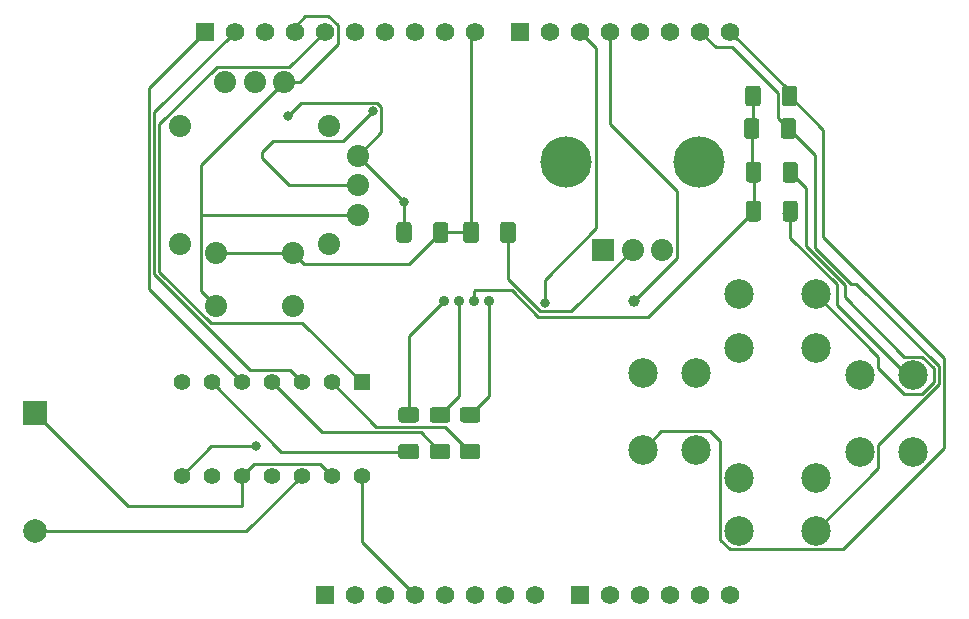
<source format=gbr>
%TF.GenerationSoftware,KiCad,Pcbnew,(5.1.10)-1*%
%TF.CreationDate,2021-12-06T12:22:38-06:00*%
%TF.ProjectId,FPGA-Shield,46504741-2d53-4686-9965-6c642e6b6963,rev?*%
%TF.SameCoordinates,Original*%
%TF.FileFunction,Copper,L2,Bot*%
%TF.FilePolarity,Positive*%
%FSLAX46Y46*%
G04 Gerber Fmt 4.6, Leading zero omitted, Abs format (unit mm)*
G04 Created by KiCad (PCBNEW (5.1.10)-1) date 2021-12-06 12:22:38*
%MOMM*%
%LPD*%
G01*
G04 APERTURE LIST*
%TA.AperFunction,ComponentPad*%
%ADD10C,1.875000*%
%TD*%
%TA.AperFunction,ComponentPad*%
%ADD11C,4.350000*%
%TD*%
%TA.AperFunction,ComponentPad*%
%ADD12R,1.875000X1.875000*%
%TD*%
%TA.AperFunction,ComponentPad*%
%ADD13C,2.000000*%
%TD*%
%TA.AperFunction,ComponentPad*%
%ADD14R,2.000000X2.000000*%
%TD*%
%TA.AperFunction,ComponentPad*%
%ADD15C,0.889000*%
%TD*%
%TA.AperFunction,ComponentPad*%
%ADD16C,2.500000*%
%TD*%
%TA.AperFunction,ComponentPad*%
%ADD17C,1.412500*%
%TD*%
%TA.AperFunction,ComponentPad*%
%ADD18R,1.412500X1.412500*%
%TD*%
%TA.AperFunction,ComponentPad*%
%ADD19C,1.560000*%
%TD*%
%TA.AperFunction,ComponentPad*%
%ADD20R,1.560000X1.560000*%
%TD*%
%TA.AperFunction,ViaPad*%
%ADD21C,0.800000*%
%TD*%
%TA.AperFunction,ViaPad*%
%ADD22C,1.000000*%
%TD*%
%TA.AperFunction,Conductor*%
%ADD23C,0.250000*%
%TD*%
G04 APERTURE END LIST*
D10*
%TO.P,U1,5*%
%TO.N,Net-(U1-Pad5)*%
X126480000Y-54000000D03*
%TO.P,U1,4*%
%TO.N,GND*%
X126480000Y-56500000D03*
%TO.P,U1,6*%
%TO.N,+3V3*%
X126480000Y-51500000D03*
%TO.P,U1,b*%
%TO.N,GND*%
X114500000Y-64250000D03*
X121000000Y-64250000D03*
%TO.P,U1,a*%
%TO.N,/JS_Button*%
X121000000Y-59750000D03*
X114500000Y-59750000D03*
%TO.P,U1,NC4*%
%TO.N,Net-(U1-PadNC4)*%
X124075000Y-59000000D03*
%TO.P,U1,NC3*%
%TO.N,Net-(U1-PadNC3)*%
X111425000Y-59000000D03*
%TO.P,U1,NC1*%
%TO.N,Net-(U1-PadNC1)*%
X111425000Y-49000000D03*
%TO.P,U1,NC2*%
%TO.N,Net-(U1-PadNC2)*%
X124075000Y-49000000D03*
%TO.P,U1,1*%
%TO.N,GND*%
X120250000Y-45270000D03*
%TO.P,U1,3*%
%TO.N,+3V3*%
X115250000Y-45270000D03*
%TO.P,U1,2*%
%TO.N,Net-(U1-Pad2)*%
X117750000Y-45270000D03*
%TD*%
%TO.P,R6,2*%
%TO.N,/ButtonTop*%
%TA.AperFunction,SMDPad,CuDef*%
G36*
G01*
X162450000Y-53525000D02*
X162450000Y-52275000D01*
G75*
G02*
X162700000Y-52025000I250000J0D01*
G01*
X163500000Y-52025000D01*
G75*
G02*
X163750000Y-52275000I0J-250000D01*
G01*
X163750000Y-53525000D01*
G75*
G02*
X163500000Y-53775000I-250000J0D01*
G01*
X162700000Y-53775000D01*
G75*
G02*
X162450000Y-53525000I0J250000D01*
G01*
G37*
%TD.AperFunction*%
%TO.P,R6,1*%
%TO.N,+3V3*%
%TA.AperFunction,SMDPad,CuDef*%
G36*
G01*
X159350000Y-53525000D02*
X159350000Y-52275000D01*
G75*
G02*
X159600000Y-52025000I250000J0D01*
G01*
X160400000Y-52025000D01*
G75*
G02*
X160650000Y-52275000I0J-250000D01*
G01*
X160650000Y-53525000D01*
G75*
G02*
X160400000Y-53775000I-250000J0D01*
G01*
X159600000Y-53775000D01*
G75*
G02*
X159350000Y-53525000I0J250000D01*
G01*
G37*
%TD.AperFunction*%
%TD*%
%TO.P,R5,1*%
%TO.N,+3V3*%
%TA.AperFunction,SMDPad,CuDef*%
G36*
G01*
X159300000Y-47075000D02*
X159300000Y-45825000D01*
G75*
G02*
X159550000Y-45575000I250000J0D01*
G01*
X160350000Y-45575000D01*
G75*
G02*
X160600000Y-45825000I0J-250000D01*
G01*
X160600000Y-47075000D01*
G75*
G02*
X160350000Y-47325000I-250000J0D01*
G01*
X159550000Y-47325000D01*
G75*
G02*
X159300000Y-47075000I0J250000D01*
G01*
G37*
%TD.AperFunction*%
%TO.P,R5,2*%
%TO.N,/BottomLeft*%
%TA.AperFunction,SMDPad,CuDef*%
G36*
G01*
X162400000Y-47075000D02*
X162400000Y-45825000D01*
G75*
G02*
X162650000Y-45575000I250000J0D01*
G01*
X163450000Y-45575000D01*
G75*
G02*
X163700000Y-45825000I0J-250000D01*
G01*
X163700000Y-47075000D01*
G75*
G02*
X163450000Y-47325000I-250000J0D01*
G01*
X162650000Y-47325000D01*
G75*
G02*
X162400000Y-47075000I0J250000D01*
G01*
G37*
%TD.AperFunction*%
%TD*%
%TO.P,R8,2*%
%TO.N,/ButtonRight*%
%TA.AperFunction,SMDPad,CuDef*%
G36*
G01*
X162450000Y-56825000D02*
X162450000Y-55575000D01*
G75*
G02*
X162700000Y-55325000I250000J0D01*
G01*
X163500000Y-55325000D01*
G75*
G02*
X163750000Y-55575000I0J-250000D01*
G01*
X163750000Y-56825000D01*
G75*
G02*
X163500000Y-57075000I-250000J0D01*
G01*
X162700000Y-57075000D01*
G75*
G02*
X162450000Y-56825000I0J250000D01*
G01*
G37*
%TD.AperFunction*%
%TO.P,R8,1*%
%TO.N,+3V3*%
%TA.AperFunction,SMDPad,CuDef*%
G36*
G01*
X159350000Y-56825000D02*
X159350000Y-55575000D01*
G75*
G02*
X159600000Y-55325000I250000J0D01*
G01*
X160400000Y-55325000D01*
G75*
G02*
X160650000Y-55575000I0J-250000D01*
G01*
X160650000Y-56825000D01*
G75*
G02*
X160400000Y-57075000I-250000J0D01*
G01*
X159600000Y-57075000D01*
G75*
G02*
X159350000Y-56825000I0J250000D01*
G01*
G37*
%TD.AperFunction*%
%TD*%
%TO.P,R7,1*%
%TO.N,+3V3*%
%TA.AperFunction,SMDPad,CuDef*%
G36*
G01*
X159200000Y-49825000D02*
X159200000Y-48575000D01*
G75*
G02*
X159450000Y-48325000I250000J0D01*
G01*
X160250000Y-48325000D01*
G75*
G02*
X160500000Y-48575000I0J-250000D01*
G01*
X160500000Y-49825000D01*
G75*
G02*
X160250000Y-50075000I-250000J0D01*
G01*
X159450000Y-50075000D01*
G75*
G02*
X159200000Y-49825000I0J250000D01*
G01*
G37*
%TD.AperFunction*%
%TO.P,R7,2*%
%TO.N,/ButtonBottom*%
%TA.AperFunction,SMDPad,CuDef*%
G36*
G01*
X162300000Y-49825000D02*
X162300000Y-48575000D01*
G75*
G02*
X162550000Y-48325000I250000J0D01*
G01*
X163350000Y-48325000D01*
G75*
G02*
X163600000Y-48575000I0J-250000D01*
G01*
X163600000Y-49825000D01*
G75*
G02*
X163350000Y-50075000I-250000J0D01*
G01*
X162550000Y-50075000D01*
G75*
G02*
X162300000Y-49825000I0J250000D01*
G01*
G37*
%TD.AperFunction*%
%TD*%
%TO.P,R4,2*%
%TO.N,Net-(D1-Pad3)*%
%TA.AperFunction,SMDPad,CuDef*%
G36*
G01*
X134075000Y-74100000D02*
X132825000Y-74100000D01*
G75*
G02*
X132575000Y-73850000I0J250000D01*
G01*
X132575000Y-73050000D01*
G75*
G02*
X132825000Y-72800000I250000J0D01*
G01*
X134075000Y-72800000D01*
G75*
G02*
X134325000Y-73050000I0J-250000D01*
G01*
X134325000Y-73850000D01*
G75*
G02*
X134075000Y-74100000I-250000J0D01*
G01*
G37*
%TD.AperFunction*%
%TO.P,R4,1*%
%TO.N,Net-(R4-Pad1)*%
%TA.AperFunction,SMDPad,CuDef*%
G36*
G01*
X134075000Y-77200000D02*
X132825000Y-77200000D01*
G75*
G02*
X132575000Y-76950000I0J250000D01*
G01*
X132575000Y-76150000D01*
G75*
G02*
X132825000Y-75900000I250000J0D01*
G01*
X134075000Y-75900000D01*
G75*
G02*
X134325000Y-76150000I0J-250000D01*
G01*
X134325000Y-76950000D01*
G75*
G02*
X134075000Y-77200000I-250000J0D01*
G01*
G37*
%TD.AperFunction*%
%TD*%
%TO.P,R3,2*%
%TO.N,Net-(D1-Pad1)*%
%TA.AperFunction,SMDPad,CuDef*%
G36*
G01*
X136625000Y-74100000D02*
X135375000Y-74100000D01*
G75*
G02*
X135125000Y-73850000I0J250000D01*
G01*
X135125000Y-73050000D01*
G75*
G02*
X135375000Y-72800000I250000J0D01*
G01*
X136625000Y-72800000D01*
G75*
G02*
X136875000Y-73050000I0J-250000D01*
G01*
X136875000Y-73850000D01*
G75*
G02*
X136625000Y-74100000I-250000J0D01*
G01*
G37*
%TD.AperFunction*%
%TO.P,R3,1*%
%TO.N,Net-(R3-Pad1)*%
%TA.AperFunction,SMDPad,CuDef*%
G36*
G01*
X136625000Y-77200000D02*
X135375000Y-77200000D01*
G75*
G02*
X135125000Y-76950000I0J250000D01*
G01*
X135125000Y-76150000D01*
G75*
G02*
X135375000Y-75900000I250000J0D01*
G01*
X136625000Y-75900000D01*
G75*
G02*
X136875000Y-76150000I0J-250000D01*
G01*
X136875000Y-76950000D01*
G75*
G02*
X136625000Y-77200000I-250000J0D01*
G01*
G37*
%TD.AperFunction*%
%TD*%
%TO.P,R2,2*%
%TO.N,Net-(D1-Pad4)*%
%TA.AperFunction,SMDPad,CuDef*%
G36*
G01*
X131425000Y-74100000D02*
X130175000Y-74100000D01*
G75*
G02*
X129925000Y-73850000I0J250000D01*
G01*
X129925000Y-73050000D01*
G75*
G02*
X130175000Y-72800000I250000J0D01*
G01*
X131425000Y-72800000D01*
G75*
G02*
X131675000Y-73050000I0J-250000D01*
G01*
X131675000Y-73850000D01*
G75*
G02*
X131425000Y-74100000I-250000J0D01*
G01*
G37*
%TD.AperFunction*%
%TO.P,R2,1*%
%TO.N,Net-(R2-Pad1)*%
%TA.AperFunction,SMDPad,CuDef*%
G36*
G01*
X131425000Y-77200000D02*
X130175000Y-77200000D01*
G75*
G02*
X129925000Y-76950000I0J250000D01*
G01*
X129925000Y-76150000D01*
G75*
G02*
X130175000Y-75900000I250000J0D01*
G01*
X131425000Y-75900000D01*
G75*
G02*
X131675000Y-76150000I0J-250000D01*
G01*
X131675000Y-76950000D01*
G75*
G02*
X131425000Y-77200000I-250000J0D01*
G01*
G37*
%TD.AperFunction*%
%TD*%
%TO.P,R1,2*%
%TO.N,/JS_Button*%
%TA.AperFunction,SMDPad,CuDef*%
G36*
G01*
X132850000Y-58625000D02*
X132850000Y-57375000D01*
G75*
G02*
X133100000Y-57125000I250000J0D01*
G01*
X133900000Y-57125000D01*
G75*
G02*
X134150000Y-57375000I0J-250000D01*
G01*
X134150000Y-58625000D01*
G75*
G02*
X133900000Y-58875000I-250000J0D01*
G01*
X133100000Y-58875000D01*
G75*
G02*
X132850000Y-58625000I0J250000D01*
G01*
G37*
%TD.AperFunction*%
%TO.P,R1,1*%
%TO.N,+3V3*%
%TA.AperFunction,SMDPad,CuDef*%
G36*
G01*
X129750000Y-58625000D02*
X129750000Y-57375000D01*
G75*
G02*
X130000000Y-57125000I250000J0D01*
G01*
X130800000Y-57125000D01*
G75*
G02*
X131050000Y-57375000I0J-250000D01*
G01*
X131050000Y-58625000D01*
G75*
G02*
X130800000Y-58875000I-250000J0D01*
G01*
X130000000Y-58875000D01*
G75*
G02*
X129750000Y-58625000I0J250000D01*
G01*
G37*
%TD.AperFunction*%
%TD*%
%TO.P,C1,2*%
%TO.N,GND*%
%TA.AperFunction,SMDPad,CuDef*%
G36*
G01*
X138537500Y-58650001D02*
X138537500Y-57349999D01*
G75*
G02*
X138787499Y-57100000I249999J0D01*
G01*
X139612501Y-57100000D01*
G75*
G02*
X139862500Y-57349999I0J-249999D01*
G01*
X139862500Y-58650001D01*
G75*
G02*
X139612501Y-58900000I-249999J0D01*
G01*
X138787499Y-58900000D01*
G75*
G02*
X138537500Y-58650001I0J249999D01*
G01*
G37*
%TD.AperFunction*%
%TO.P,C1,1*%
%TO.N,/JS_Button*%
%TA.AperFunction,SMDPad,CuDef*%
G36*
G01*
X135412500Y-58650001D02*
X135412500Y-57349999D01*
G75*
G02*
X135662499Y-57100000I249999J0D01*
G01*
X136487501Y-57100000D01*
G75*
G02*
X136737500Y-57349999I0J-249999D01*
G01*
X136737500Y-58650001D01*
G75*
G02*
X136487501Y-58900000I-249999J0D01*
G01*
X135662499Y-58900000D01*
G75*
G02*
X135412500Y-58650001I0J249999D01*
G01*
G37*
%TD.AperFunction*%
%TD*%
D11*
%TO.P,SW1,MH2*%
%TO.N,Net-(SW1-PadMH2)*%
X155350000Y-52000000D03*
%TO.P,SW1,MH1*%
%TO.N,Net-(SW1-PadMH1)*%
X144150000Y-52000000D03*
D10*
%TO.P,SW1,C1*%
%TO.N,GND*%
X149750000Y-59500000D03*
%TO.P,SW1,B1*%
%TO.N,Net-(R12-Pad1)*%
X152250000Y-59500000D03*
D12*
%TO.P,SW1,A1*%
%TO.N,Net-(R10-Pad2)*%
X147250000Y-59500000D03*
%TD*%
D13*
%TO.P,BZ1,2*%
%TO.N,Net-(BZ1-Pad2)*%
X99150000Y-83300000D03*
D14*
%TO.P,BZ1,1*%
%TO.N,Net-(BZ1-Pad1)*%
X99150000Y-73300000D03*
%TD*%
D15*
%TO.P,D1,1*%
%TO.N,Net-(D1-Pad1)*%
X137600000Y-63800000D03*
%TO.P,D1,2*%
%TO.N,+3V3*%
X136330000Y-63800000D03*
%TO.P,D1,3*%
%TO.N,Net-(D1-Pad3)*%
X135060000Y-63800000D03*
%TO.P,D1,4*%
%TO.N,Net-(D1-Pad4)*%
X133790000Y-63800000D03*
%TD*%
D16*
%TO.P,SW2,2*%
%TO.N,GND*%
X155100000Y-76400000D03*
%TO.P,SW2,1*%
%TO.N,/BottomLeft*%
X150600000Y-76400000D03*
%TO.P,SW2,2*%
%TO.N,GND*%
X155100000Y-69900000D03*
%TO.P,SW2,1*%
%TO.N,/BottomLeft*%
X150600000Y-69900000D03*
%TD*%
%TO.P,SW3,1*%
%TO.N,/ButtonTop*%
X165250000Y-63250000D03*
%TO.P,SW3,2*%
%TO.N,GND*%
X165250000Y-67750000D03*
%TO.P,SW3,1*%
%TO.N,/ButtonTop*%
X158750000Y-63250000D03*
%TO.P,SW3,2*%
%TO.N,GND*%
X158750000Y-67750000D03*
%TD*%
%TO.P,SW4,1*%
%TO.N,/ButtonBottom*%
X158750000Y-83250000D03*
%TO.P,SW4,2*%
%TO.N,GND*%
X158750000Y-78750000D03*
%TO.P,SW4,1*%
%TO.N,/ButtonBottom*%
X165250000Y-83250000D03*
%TO.P,SW4,2*%
%TO.N,GND*%
X165250000Y-78750000D03*
%TD*%
%TO.P,SW5,2*%
%TO.N,/ButtonRight*%
X173500000Y-76600000D03*
%TO.P,SW5,1*%
%TO.N,GND*%
X169000000Y-76600000D03*
%TO.P,SW5,2*%
%TO.N,/ButtonRight*%
X173500000Y-70100000D03*
%TO.P,SW5,1*%
%TO.N,GND*%
X169000000Y-70100000D03*
%TD*%
D17*
%TO.P,U4,14*%
%TO.N,+3V3*%
X126820000Y-78620000D03*
%TO.P,U4,13*%
%TO.N,Net-(BZ1-Pad1)*%
X124280000Y-78620000D03*
%TO.P,U4,12*%
%TO.N,Net-(BZ1-Pad2)*%
X121740000Y-78620000D03*
%TO.P,U4,11*%
%TO.N,/Buzzer*%
X119200000Y-78620000D03*
%TO.P,U4,10*%
%TO.N,Net-(BZ1-Pad1)*%
X116660000Y-78620000D03*
%TO.P,U4,9*%
%TO.N,/ChipSelect*%
X114120000Y-78620000D03*
%TO.P,U4,8*%
%TO.N,Net-(U3-Pad4)*%
X111580000Y-78620000D03*
%TO.P,U4,7*%
%TO.N,GND*%
X111580000Y-70680000D03*
%TO.P,U4,6*%
%TO.N,Net-(R2-Pad1)*%
X114120000Y-70680000D03*
%TO.P,U4,5*%
%TO.N,/LED_B*%
X116660000Y-70680000D03*
%TO.P,U4,4*%
%TO.N,Net-(R4-Pad1)*%
X119200000Y-70680000D03*
%TO.P,U4,3*%
%TO.N,/LED_G*%
X121740000Y-70680000D03*
%TO.P,U4,2*%
%TO.N,Net-(R3-Pad1)*%
X124280000Y-70680000D03*
D18*
%TO.P,U4,1*%
%TO.N,/LED_R*%
X126820000Y-70680000D03*
%TD*%
D19*
%TO.P,J1,05*%
%TO.N,/LED_R*%
X123699900Y-41000000D03*
%TO.P,J1,04*%
%TO.N,GND*%
X121159900Y-41000000D03*
%TO.P,J1,03*%
%TO.N,Net-(J1-Pad03)*%
X118619900Y-41000000D03*
%TO.P,J1,02*%
%TO.N,/LED_G*%
X116079900Y-41000000D03*
D20*
%TO.P,J1,01*%
%TO.N,/LED_B*%
X113539900Y-41000000D03*
D19*
%TO.P,J1,10*%
%TO.N,/JS_Button*%
X136399900Y-41000000D03*
%TO.P,J1,09*%
%TO.N,/SPI_CLK*%
X133859900Y-41000000D03*
%TO.P,J1,08*%
%TO.N,/SPI2FPGA*%
X131319900Y-41000000D03*
%TO.P,J1,07*%
%TO.N,/FPGA2SPI*%
X128779900Y-41000000D03*
%TO.P,J1,06*%
%TO.N,/ChipSelect*%
X126239900Y-41000000D03*
%TD*%
%TO.P,J2,08*%
%TO.N,/BottomLeft*%
X157990000Y-41000000D03*
%TO.P,J2,07*%
%TO.N,/ButtonBottom*%
X155450000Y-41000000D03*
%TO.P,J2,06*%
%TO.N,/ButtonTop*%
X152910000Y-41000000D03*
%TO.P,J2,05*%
%TO.N,/ButtonRight*%
X150370000Y-41000000D03*
%TO.P,J2,04*%
%TO.N,/FPGA2Rot*%
X147830000Y-41000000D03*
%TO.P,J2,03*%
%TO.N,/Rot2FPGA*%
X145290000Y-41000000D03*
%TO.P,J2,02*%
%TO.N,/Buzzer*%
X142750000Y-41000000D03*
D20*
%TO.P,J2,01*%
%TO.N,Net-(J2-Pad01)*%
X140210000Y-41000000D03*
%TD*%
%TO.P,J3,01*%
%TO.N,Net-(J3-Pad01)*%
X123720200Y-88700000D03*
D19*
%TO.P,J3,02*%
%TO.N,/IOREF*%
X126260200Y-88700000D03*
%TO.P,J3,03*%
%TO.N,/Reset*%
X128800200Y-88700000D03*
%TO.P,J3,04*%
%TO.N,+3V3*%
X131340200Y-88700000D03*
%TO.P,J3,05*%
%TO.N,+5V*%
X133880200Y-88700000D03*
%TO.P,J3,06*%
%TO.N,GND*%
X136420200Y-88700000D03*
%TO.P,J3,07*%
X138960200Y-88700000D03*
%TO.P,J3,08*%
%TO.N,/Vin*%
X141500200Y-88700000D03*
%TD*%
D20*
%TO.P,J4,01*%
%TO.N,/A0*%
X145300000Y-88700000D03*
D19*
%TO.P,J4,02*%
%TO.N,/A1*%
X147840000Y-88700000D03*
%TO.P,J4,03*%
%TO.N,/A2*%
X150380000Y-88700000D03*
%TO.P,J4,04*%
%TO.N,/A3*%
X152920000Y-88700000D03*
%TO.P,J4,05*%
%TO.N,/A4(SDA)*%
X155460000Y-88700000D03*
%TO.P,J4,06*%
%TO.N,/A5(SCL)*%
X158000000Y-88700000D03*
%TD*%
D21*
%TO.N,+3V3*%
X130400000Y-55420000D03*
X120600000Y-48100000D03*
%TO.N,Net-(U3-Pad4)*%
X117848126Y-76098126D03*
%TO.N,/Rot2FPGA*%
X142300000Y-63950000D03*
D22*
%TO.N,/FPGA2Rot*%
X149850000Y-63800000D03*
D21*
%TO.N,Net-(U1-Pad5)*%
X127750000Y-47750000D03*
%TD*%
D23*
%TO.N,Net-(BZ1-Pad2)*%
X117060000Y-83300000D02*
X99150000Y-83300000D01*
X121740000Y-78620000D02*
X117060000Y-83300000D01*
%TO.N,Net-(BZ1-Pad1)*%
X117691251Y-77588749D02*
X116660000Y-78620000D01*
X123248749Y-77588749D02*
X117691251Y-77588749D01*
X124280000Y-78620000D02*
X123248749Y-77588749D01*
X116660000Y-78620000D02*
X116660000Y-81190000D01*
X107040000Y-81190000D02*
X99150000Y-73300000D01*
X116660000Y-81190000D02*
X107040000Y-81190000D01*
%TO.N,GND*%
X113237499Y-62987499D02*
X114500000Y-64250000D01*
X120250000Y-45270000D02*
X113237499Y-52282501D01*
X113274998Y-56500000D02*
X113237499Y-56462501D01*
X126480000Y-56500000D02*
X113274998Y-56500000D01*
X113237499Y-56462501D02*
X113237499Y-62987499D01*
X113237499Y-52282501D02*
X113237499Y-56462501D01*
X144574999Y-64675001D02*
X149750000Y-59500000D01*
X141951999Y-64675001D02*
X144574999Y-64675001D01*
X139200000Y-61923002D02*
X141951999Y-64675001D01*
X139200000Y-58000000D02*
X139200000Y-61923002D01*
X122061010Y-39658990D02*
X120720000Y-41000000D01*
X124804901Y-40469599D02*
X123994292Y-39658990D01*
X124804901Y-42040924D02*
X124804901Y-40469599D01*
X121575825Y-45270000D02*
X124804901Y-42040924D01*
X123994292Y-39658990D02*
X122061010Y-39658990D01*
X120250000Y-45270000D02*
X121575825Y-45270000D01*
%TO.N,+3V3*%
X130400000Y-55420000D02*
X130400000Y-58000000D01*
X126480000Y-51500000D02*
X130400000Y-55420000D01*
X130400000Y-55420000D02*
X130400000Y-55420000D01*
X159950000Y-49100000D02*
X159850000Y-49200000D01*
X159950000Y-46450000D02*
X159950000Y-49100000D01*
X159850000Y-52750000D02*
X160000000Y-52900000D01*
X159850000Y-49200000D02*
X159850000Y-52750000D01*
X160000000Y-52900000D02*
X160000000Y-53850000D01*
X160000000Y-52900000D02*
X160000000Y-56200000D01*
X151074989Y-65125011D02*
X160000000Y-56200000D01*
X141765599Y-65125011D02*
X151074989Y-65125011D01*
X139540587Y-62899999D02*
X141765599Y-65125011D01*
X136416829Y-62899999D02*
X139540587Y-62899999D01*
X136330000Y-62986828D02*
X136416829Y-62899999D01*
X136330000Y-63800000D02*
X136330000Y-62986828D01*
X121675001Y-47024999D02*
X120600000Y-48100000D01*
X128098001Y-47024999D02*
X121675001Y-47024999D01*
X128475001Y-47401999D02*
X128098001Y-47024999D01*
X128475001Y-49504999D02*
X128475001Y-47401999D01*
X126480000Y-51500000D02*
X128475001Y-49504999D01*
X126820000Y-84179800D02*
X131340200Y-88700000D01*
X126820000Y-78620000D02*
X126820000Y-84179800D01*
%TO.N,Net-(D1-Pad1)*%
X137600000Y-71850000D02*
X137600000Y-63800000D01*
X136000000Y-73450000D02*
X137600000Y-71850000D01*
%TO.N,Net-(D1-Pad3)*%
X135060000Y-71840000D02*
X135060000Y-63800000D01*
X133450000Y-73450000D02*
X135060000Y-71840000D01*
%TO.N,Net-(D1-Pad4)*%
X130800000Y-66790000D02*
X133790000Y-63800000D01*
X130800000Y-73450000D02*
X130800000Y-66790000D01*
%TO.N,Net-(R2-Pad1)*%
X119990000Y-76550000D02*
X130800000Y-76550000D01*
X114120000Y-70680000D02*
X119990000Y-76550000D01*
%TO.N,Net-(R3-Pad1)*%
X124280000Y-70680000D02*
X128050000Y-74450000D01*
X133900000Y-74450000D02*
X136000000Y-76550000D01*
X128050000Y-74450000D02*
X133900000Y-74450000D01*
%TO.N,Net-(R4-Pad1)*%
X131800010Y-74900010D02*
X133450000Y-76550000D01*
X123420010Y-74900010D02*
X131800010Y-74900010D01*
X119200000Y-70680000D02*
X123420010Y-74900010D01*
%TO.N,Net-(U3-Pad4)*%
X114101874Y-76098126D02*
X111580000Y-78620000D01*
X117848126Y-76098126D02*
X114101874Y-76098126D01*
%TO.N,/JS_Button*%
X133500000Y-58000000D02*
X136075000Y-58000000D01*
X114500000Y-59750000D02*
X121000000Y-59750000D01*
X130812501Y-60687499D02*
X133500000Y-58000000D01*
X121937499Y-60687499D02*
X130812501Y-60687499D01*
X121000000Y-59750000D02*
X121937499Y-60687499D01*
X135930000Y-57855000D02*
X136075000Y-58000000D01*
X136075000Y-41324900D02*
X136399900Y-41000000D01*
X136075000Y-58000000D02*
X136075000Y-41324900D01*
%TO.N,/BottomLeft*%
X163050000Y-46050000D02*
X158000000Y-41000000D01*
X163050000Y-46450000D02*
X163050000Y-46050000D01*
X157993999Y-84825001D02*
X157174999Y-84006001D01*
X167606001Y-84825001D02*
X157993999Y-84825001D01*
X156324999Y-74824999D02*
X152175001Y-74824999D01*
X176150039Y-76280963D02*
X167606001Y-84825001D01*
X157174999Y-84006001D02*
X157174999Y-75674999D01*
X157174999Y-75674999D02*
X156324999Y-74824999D01*
X152175001Y-74824999D02*
X150600000Y-76400000D01*
X163050000Y-46450000D02*
X165900000Y-49300000D01*
X165900000Y-49300000D02*
X165900000Y-58350000D01*
X176150039Y-68600039D02*
X176150039Y-76280963D01*
X165900000Y-58350000D02*
X176150039Y-68600039D01*
%TO.N,/ButtonTop*%
X170575001Y-68575001D02*
X170575001Y-69506003D01*
X172743999Y-71675001D02*
X174256001Y-71675001D01*
X165250000Y-63250000D02*
X170575001Y-68575001D01*
X170575001Y-69506003D02*
X172743999Y-71675001D01*
X174256001Y-71675001D02*
X175250019Y-70680983D01*
X163100000Y-52900000D02*
X164400000Y-54200000D01*
X164400000Y-59113590D02*
X167700000Y-62413590D01*
X164400000Y-54200000D02*
X164400000Y-59113590D01*
X175250019Y-69519017D02*
X175250019Y-70680983D01*
X174256001Y-68524999D02*
X175250019Y-69519017D01*
X172743999Y-68524999D02*
X174256001Y-68524999D01*
X167700000Y-63481000D02*
X172743999Y-68524999D01*
X167700000Y-62413590D02*
X167700000Y-63481000D01*
%TO.N,/ButtonBottom*%
X156801010Y-42341010D02*
X155460000Y-41000000D01*
X162074990Y-46224990D02*
X158191010Y-42341010D01*
X162074990Y-48324990D02*
X162074990Y-46224990D01*
X158191010Y-42341010D02*
X156801010Y-42341010D01*
X162950000Y-49200000D02*
X162074990Y-48324990D01*
X170575001Y-75992411D02*
X175700029Y-70867383D01*
X165250000Y-83250000D02*
X170575001Y-77924999D01*
X170575001Y-77924999D02*
X170575001Y-75992411D01*
X162950000Y-49200000D02*
X165200000Y-51450000D01*
X165200000Y-59277180D02*
X168250000Y-62327180D01*
X165200000Y-51450000D02*
X165200000Y-59277180D01*
X175700029Y-69332617D02*
X175700029Y-70867383D01*
X168694592Y-62327180D02*
X175700029Y-69332617D01*
X168250000Y-62327180D02*
X168694592Y-62327180D01*
%TO.N,/ButtonRight*%
X162525000Y-56375000D02*
X162909499Y-56759499D01*
X163100000Y-56200000D02*
X163100000Y-58450000D01*
X167050000Y-62400000D02*
X167050000Y-64150000D01*
X163100000Y-58450000D02*
X167050000Y-62400000D01*
X173000000Y-70100000D02*
X173500000Y-70100000D01*
X167050000Y-64150000D02*
X173000000Y-70100000D01*
%TO.N,/Rot2FPGA*%
X146650001Y-57639997D02*
X142300000Y-61989998D01*
X146650001Y-42350001D02*
X146650001Y-57639997D01*
X145300000Y-41000000D02*
X146650001Y-42350001D01*
X142300000Y-61989998D02*
X142300000Y-63950000D01*
X142300000Y-63950000D02*
X142300000Y-63950000D01*
%TO.N,/FPGA2Rot*%
X147840000Y-48826412D02*
X147840000Y-41000000D01*
X153512501Y-54498913D02*
X147840000Y-48826412D01*
X153512501Y-60137499D02*
X153512501Y-54498913D01*
X149850000Y-63800000D02*
X153512501Y-60137499D01*
%TO.N,/LED_B*%
X108799982Y-62819982D02*
X116660000Y-70680000D01*
X108799982Y-45739920D02*
X108799982Y-49800019D01*
X113539900Y-41000000D02*
X108799982Y-45739920D01*
X108799982Y-49800019D02*
X108799982Y-62800018D01*
%TO.N,/LED_G*%
X117393837Y-69648749D02*
X109249991Y-61504903D01*
X120708749Y-69648749D02*
X117393837Y-69648749D01*
X121740000Y-70680000D02*
X120708749Y-69648749D01*
X109249990Y-47829910D02*
X109249990Y-49150010D01*
X116079900Y-41000000D02*
X109249990Y-47829910D01*
X109249991Y-61504903D02*
X109249990Y-49150010D01*
%TO.N,/LED_R*%
X109700000Y-61318502D02*
X114031498Y-65650000D01*
X109700000Y-48856498D02*
X109700000Y-61318502D01*
X121790000Y-65650000D02*
X126820000Y-70680000D01*
X114031498Y-65650000D02*
X121790000Y-65650000D01*
X120692401Y-44007499D02*
X123699900Y-41000000D01*
X114548999Y-44007499D02*
X120692401Y-44007499D01*
X109700000Y-48856498D02*
X114548999Y-44007499D01*
%TO.N,Net-(U1-Pad5)*%
X125237499Y-50262501D02*
X127750000Y-47750000D01*
X119286497Y-50262501D02*
X125237499Y-50262501D01*
X118374999Y-51726001D02*
X118374999Y-51173999D01*
X118374999Y-51173999D02*
X119286497Y-50262501D01*
X120648998Y-54000000D02*
X118374999Y-51726001D01*
X126480000Y-54000000D02*
X120648998Y-54000000D01*
%TD*%
M02*

</source>
